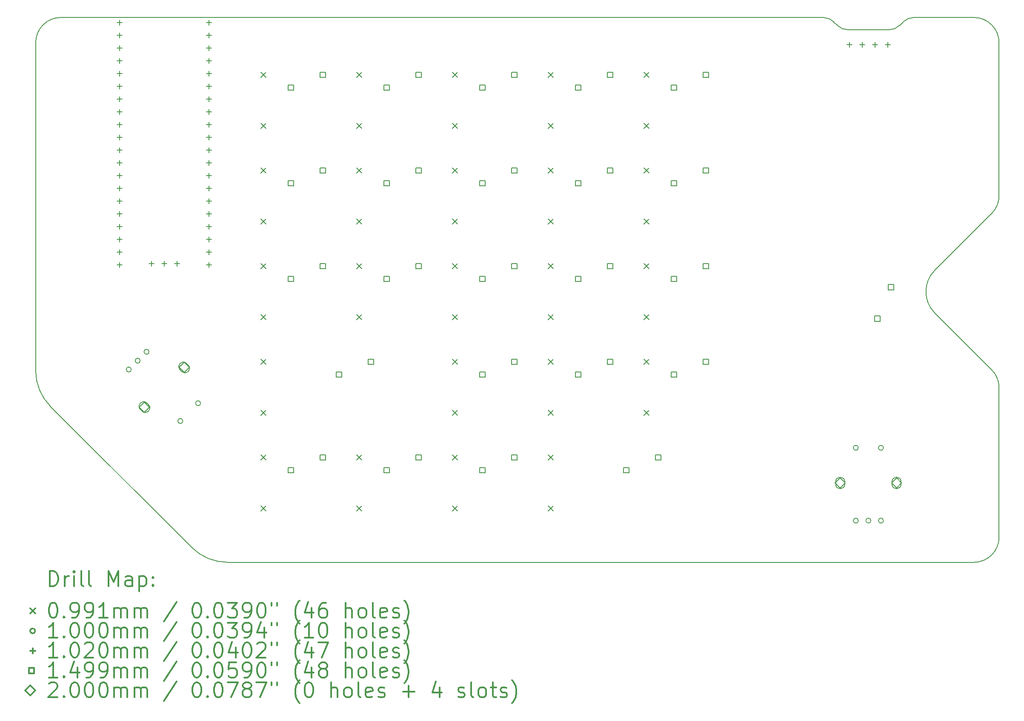
<source format=gbr>
%FSLAX45Y45*%
G04 Gerber Fmt 4.5, Leading zero omitted, Abs format (unit mm)*
G04 Created by KiCad (PCBNEW (5.1.10-1-10_14)) date 2021-11-02 16:23:37*
%MOMM*%
%LPD*%
G01*
G04 APERTURE LIST*
%TA.AperFunction,Profile*%
%ADD10C,0.200000*%
%TD*%
%ADD11C,0.200000*%
%ADD12C,0.300000*%
G04 APERTURE END LIST*
D10*
X32540000Y-2850000D02*
X32540000Y-9385787D01*
X32540000Y-2850000D02*
G75*
G02*
X33040000Y-2350000I500000J0D01*
G01*
X51558322Y-9367232D02*
G75*
G02*
X51704784Y-9720765I-353538J-353569D01*
G01*
X51705000Y-12700000D02*
X51704784Y-9720765D01*
X32832893Y-10092893D02*
G75*
G02*
X32540000Y-9385787I707107J707107D01*
G01*
X36354213Y-13200000D02*
G75*
G02*
X35647107Y-12907107I0J1000000D01*
G01*
X50425079Y-8234091D02*
G75*
G02*
X50425194Y-7385563I424322J424207D01*
G01*
X51558322Y-9367232D02*
X50425079Y-8234091D01*
X48488142Y-2507182D02*
X48418828Y-2437868D01*
X48700274Y-2595050D02*
G75*
G02*
X48488142Y-2507182I0J300000D01*
G01*
X49513746Y-2595050D02*
X48700274Y-2595050D01*
X49725878Y-2507182D02*
G75*
G02*
X49513746Y-2595050I-212132J212132D01*
G01*
X49795192Y-2437868D02*
X49725878Y-2507182D01*
X49795192Y-2437868D02*
G75*
G02*
X50007324Y-2350000I212132J-212132D01*
G01*
X51205000Y-2350000D02*
X50007324Y-2350000D01*
X51205000Y-2350000D02*
G75*
G02*
X51705000Y-2850000I0J-500000D01*
G01*
X48206696Y-2350000D02*
G75*
G02*
X48418828Y-2437868I0J-300000D01*
G01*
X48206696Y-2350000D02*
X33040000Y-2350000D01*
X32832893Y-10092893D02*
X35647107Y-12907107D01*
X51705000Y-12700000D02*
G75*
G02*
X51205000Y-13200000I-500000J0D01*
G01*
X36354214Y-13200000D02*
X51205000Y-13200000D01*
X51705000Y-5898957D02*
X51705000Y-2850000D01*
X51705000Y-5898957D02*
G75*
G02*
X51558506Y-6252558I-500000J0D01*
G01*
X50425194Y-7385563D02*
X51558506Y-6252558D01*
D11*
X37020470Y-3442470D02*
X37119530Y-3541530D01*
X37119530Y-3442470D02*
X37020470Y-3541530D01*
X37020470Y-4458470D02*
X37119530Y-4557530D01*
X37119530Y-4458470D02*
X37020470Y-4557530D01*
X37020470Y-5347470D02*
X37119530Y-5446530D01*
X37119530Y-5347470D02*
X37020470Y-5446530D01*
X37020470Y-6363470D02*
X37119530Y-6462530D01*
X37119530Y-6363470D02*
X37020470Y-6462530D01*
X37020470Y-7252470D02*
X37119530Y-7351530D01*
X37119530Y-7252470D02*
X37020470Y-7351530D01*
X37020470Y-8268470D02*
X37119530Y-8367530D01*
X37119530Y-8268470D02*
X37020470Y-8367530D01*
X37020470Y-9157470D02*
X37119530Y-9256530D01*
X37119530Y-9157470D02*
X37020470Y-9256530D01*
X37020470Y-10173470D02*
X37119530Y-10272530D01*
X37119530Y-10173470D02*
X37020470Y-10272530D01*
X37020470Y-11062470D02*
X37119530Y-11161530D01*
X37119530Y-11062470D02*
X37020470Y-11161530D01*
X37020470Y-12078470D02*
X37119530Y-12177530D01*
X37119530Y-12078470D02*
X37020470Y-12177530D01*
X38925470Y-3442470D02*
X39024530Y-3541530D01*
X39024530Y-3442470D02*
X38925470Y-3541530D01*
X38925470Y-4458470D02*
X39024530Y-4557530D01*
X39024530Y-4458470D02*
X38925470Y-4557530D01*
X38925470Y-5347470D02*
X39024530Y-5446530D01*
X39024530Y-5347470D02*
X38925470Y-5446530D01*
X38925470Y-6363470D02*
X39024530Y-6462530D01*
X39024530Y-6363470D02*
X38925470Y-6462530D01*
X38925470Y-7252470D02*
X39024530Y-7351530D01*
X39024530Y-7252470D02*
X38925470Y-7351530D01*
X38925470Y-8268470D02*
X39024530Y-8367530D01*
X39024530Y-8268470D02*
X38925470Y-8367530D01*
X38925470Y-11062470D02*
X39024530Y-11161530D01*
X39024530Y-11062470D02*
X38925470Y-11161530D01*
X38925470Y-12078470D02*
X39024530Y-12177530D01*
X39024530Y-12078470D02*
X38925470Y-12177530D01*
X40830470Y-3442470D02*
X40929530Y-3541530D01*
X40929530Y-3442470D02*
X40830470Y-3541530D01*
X40830470Y-4458470D02*
X40929530Y-4557530D01*
X40929530Y-4458470D02*
X40830470Y-4557530D01*
X40830470Y-5347470D02*
X40929530Y-5446530D01*
X40929530Y-5347470D02*
X40830470Y-5446530D01*
X40830470Y-6363470D02*
X40929530Y-6462530D01*
X40929530Y-6363470D02*
X40830470Y-6462530D01*
X40830470Y-7252470D02*
X40929530Y-7351530D01*
X40929530Y-7252470D02*
X40830470Y-7351530D01*
X40830470Y-8268470D02*
X40929530Y-8367530D01*
X40929530Y-8268470D02*
X40830470Y-8367530D01*
X40830470Y-9157470D02*
X40929530Y-9256530D01*
X40929530Y-9157470D02*
X40830470Y-9256530D01*
X40830470Y-10173470D02*
X40929530Y-10272530D01*
X40929530Y-10173470D02*
X40830470Y-10272530D01*
X40830470Y-11062470D02*
X40929530Y-11161530D01*
X40929530Y-11062470D02*
X40830470Y-11161530D01*
X40830470Y-12078470D02*
X40929530Y-12177530D01*
X40929530Y-12078470D02*
X40830470Y-12177530D01*
X42735470Y-3442470D02*
X42834530Y-3541530D01*
X42834530Y-3442470D02*
X42735470Y-3541530D01*
X42735470Y-4458470D02*
X42834530Y-4557530D01*
X42834530Y-4458470D02*
X42735470Y-4557530D01*
X42735470Y-5347470D02*
X42834530Y-5446530D01*
X42834530Y-5347470D02*
X42735470Y-5446530D01*
X42735470Y-6363470D02*
X42834530Y-6462530D01*
X42834530Y-6363470D02*
X42735470Y-6462530D01*
X42735470Y-7252470D02*
X42834530Y-7351530D01*
X42834530Y-7252470D02*
X42735470Y-7351530D01*
X42735470Y-8268470D02*
X42834530Y-8367530D01*
X42834530Y-8268470D02*
X42735470Y-8367530D01*
X42735470Y-9157470D02*
X42834530Y-9256530D01*
X42834530Y-9157470D02*
X42735470Y-9256530D01*
X42735470Y-10173470D02*
X42834530Y-10272530D01*
X42834530Y-10173470D02*
X42735470Y-10272530D01*
X42735470Y-11062470D02*
X42834530Y-11161530D01*
X42834530Y-11062470D02*
X42735470Y-11161530D01*
X42735470Y-12078470D02*
X42834530Y-12177530D01*
X42834530Y-12078470D02*
X42735470Y-12177530D01*
X44640470Y-3442470D02*
X44739530Y-3541530D01*
X44739530Y-3442470D02*
X44640470Y-3541530D01*
X44640470Y-4458470D02*
X44739530Y-4557530D01*
X44739530Y-4458470D02*
X44640470Y-4557530D01*
X44640470Y-5347470D02*
X44739530Y-5446530D01*
X44739530Y-5347470D02*
X44640470Y-5446530D01*
X44640470Y-6363470D02*
X44739530Y-6462530D01*
X44739530Y-6363470D02*
X44640470Y-6462530D01*
X44640470Y-7252470D02*
X44739530Y-7351530D01*
X44739530Y-7252470D02*
X44640470Y-7351530D01*
X44640470Y-8268470D02*
X44739530Y-8367530D01*
X44739530Y-8268470D02*
X44640470Y-8367530D01*
X44640470Y-9157470D02*
X44739530Y-9256530D01*
X44739530Y-9157470D02*
X44640470Y-9256530D01*
X44640470Y-10173470D02*
X44739530Y-10272530D01*
X44739530Y-10173470D02*
X44640470Y-10272530D01*
X34441447Y-9361053D02*
G75*
G03*
X34441447Y-9361053I-50000J0D01*
G01*
X34618223Y-9184277D02*
G75*
G03*
X34618223Y-9184277I-50000J0D01*
G01*
X34795000Y-9007500D02*
G75*
G03*
X34795000Y-9007500I-50000J0D01*
G01*
X35466751Y-10386358D02*
G75*
G03*
X35466751Y-10386358I-50000J0D01*
G01*
X35820305Y-10032805D02*
G75*
G03*
X35820305Y-10032805I-50000J0D01*
G01*
X48905000Y-10920000D02*
G75*
G03*
X48905000Y-10920000I-50000J0D01*
G01*
X48905000Y-12370000D02*
G75*
G03*
X48905000Y-12370000I-50000J0D01*
G01*
X49155000Y-12370000D02*
G75*
G03*
X49155000Y-12370000I-50000J0D01*
G01*
X49405000Y-10920000D02*
G75*
G03*
X49405000Y-10920000I-50000J0D01*
G01*
X49405000Y-12370000D02*
G75*
G03*
X49405000Y-12370000I-50000J0D01*
G01*
X34211000Y-2396000D02*
X34211000Y-2498000D01*
X34160000Y-2447000D02*
X34262000Y-2447000D01*
X34211000Y-2650000D02*
X34211000Y-2752000D01*
X34160000Y-2701000D02*
X34262000Y-2701000D01*
X34211000Y-2904000D02*
X34211000Y-3006000D01*
X34160000Y-2955000D02*
X34262000Y-2955000D01*
X34211000Y-3158000D02*
X34211000Y-3260000D01*
X34160000Y-3209000D02*
X34262000Y-3209000D01*
X34211000Y-3412000D02*
X34211000Y-3514000D01*
X34160000Y-3463000D02*
X34262000Y-3463000D01*
X34211000Y-3666000D02*
X34211000Y-3768000D01*
X34160000Y-3717000D02*
X34262000Y-3717000D01*
X34211000Y-3920000D02*
X34211000Y-4022000D01*
X34160000Y-3971000D02*
X34262000Y-3971000D01*
X34211000Y-4174000D02*
X34211000Y-4276000D01*
X34160000Y-4225000D02*
X34262000Y-4225000D01*
X34211000Y-4428000D02*
X34211000Y-4530000D01*
X34160000Y-4479000D02*
X34262000Y-4479000D01*
X34211000Y-4682000D02*
X34211000Y-4784000D01*
X34160000Y-4733000D02*
X34262000Y-4733000D01*
X34211000Y-4936000D02*
X34211000Y-5038000D01*
X34160000Y-4987000D02*
X34262000Y-4987000D01*
X34211000Y-5190000D02*
X34211000Y-5292000D01*
X34160000Y-5241000D02*
X34262000Y-5241000D01*
X34211000Y-5444000D02*
X34211000Y-5546000D01*
X34160000Y-5495000D02*
X34262000Y-5495000D01*
X34211000Y-5698000D02*
X34211000Y-5800000D01*
X34160000Y-5749000D02*
X34262000Y-5749000D01*
X34211000Y-5952000D02*
X34211000Y-6054000D01*
X34160000Y-6003000D02*
X34262000Y-6003000D01*
X34211000Y-6206000D02*
X34211000Y-6308000D01*
X34160000Y-6257000D02*
X34262000Y-6257000D01*
X34211000Y-6460000D02*
X34211000Y-6562000D01*
X34160000Y-6511000D02*
X34262000Y-6511000D01*
X34211000Y-6714000D02*
X34211000Y-6816000D01*
X34160000Y-6765000D02*
X34262000Y-6765000D01*
X34211000Y-6968000D02*
X34211000Y-7070000D01*
X34160000Y-7019000D02*
X34262000Y-7019000D01*
X34211000Y-7222000D02*
X34211000Y-7324000D01*
X34160000Y-7273000D02*
X34262000Y-7273000D01*
X34846000Y-7199000D02*
X34846000Y-7301000D01*
X34795000Y-7250000D02*
X34897000Y-7250000D01*
X35100000Y-7199000D02*
X35100000Y-7301000D01*
X35049000Y-7250000D02*
X35151000Y-7250000D01*
X35354000Y-7199000D02*
X35354000Y-7301000D01*
X35303000Y-7250000D02*
X35405000Y-7250000D01*
X35989000Y-2396000D02*
X35989000Y-2498000D01*
X35938000Y-2447000D02*
X36040000Y-2447000D01*
X35989000Y-2650000D02*
X35989000Y-2752000D01*
X35938000Y-2701000D02*
X36040000Y-2701000D01*
X35989000Y-2904000D02*
X35989000Y-3006000D01*
X35938000Y-2955000D02*
X36040000Y-2955000D01*
X35989000Y-3158000D02*
X35989000Y-3260000D01*
X35938000Y-3209000D02*
X36040000Y-3209000D01*
X35989000Y-3412000D02*
X35989000Y-3514000D01*
X35938000Y-3463000D02*
X36040000Y-3463000D01*
X35989000Y-3666000D02*
X35989000Y-3768000D01*
X35938000Y-3717000D02*
X36040000Y-3717000D01*
X35989000Y-3920000D02*
X35989000Y-4022000D01*
X35938000Y-3971000D02*
X36040000Y-3971000D01*
X35989000Y-4174000D02*
X35989000Y-4276000D01*
X35938000Y-4225000D02*
X36040000Y-4225000D01*
X35989000Y-4428000D02*
X35989000Y-4530000D01*
X35938000Y-4479000D02*
X36040000Y-4479000D01*
X35989000Y-4682000D02*
X35989000Y-4784000D01*
X35938000Y-4733000D02*
X36040000Y-4733000D01*
X35989000Y-4936000D02*
X35989000Y-5038000D01*
X35938000Y-4987000D02*
X36040000Y-4987000D01*
X35989000Y-5190000D02*
X35989000Y-5292000D01*
X35938000Y-5241000D02*
X36040000Y-5241000D01*
X35989000Y-5444000D02*
X35989000Y-5546000D01*
X35938000Y-5495000D02*
X36040000Y-5495000D01*
X35989000Y-5698000D02*
X35989000Y-5800000D01*
X35938000Y-5749000D02*
X36040000Y-5749000D01*
X35989000Y-5952000D02*
X35989000Y-6054000D01*
X35938000Y-6003000D02*
X36040000Y-6003000D01*
X35989000Y-6206000D02*
X35989000Y-6308000D01*
X35938000Y-6257000D02*
X36040000Y-6257000D01*
X35989000Y-6460000D02*
X35989000Y-6562000D01*
X35938000Y-6511000D02*
X36040000Y-6511000D01*
X35989000Y-6714000D02*
X35989000Y-6816000D01*
X35938000Y-6765000D02*
X36040000Y-6765000D01*
X35989000Y-6968000D02*
X35989000Y-7070000D01*
X35938000Y-7019000D02*
X36040000Y-7019000D01*
X35989000Y-7222000D02*
X35989000Y-7324000D01*
X35938000Y-7273000D02*
X36040000Y-7273000D01*
X48727000Y-2836500D02*
X48727000Y-2938500D01*
X48676000Y-2887500D02*
X48778000Y-2887500D01*
X48981000Y-2836500D02*
X48981000Y-2938500D01*
X48930000Y-2887500D02*
X49032000Y-2887500D01*
X49235000Y-2836500D02*
X49235000Y-2938500D01*
X49184000Y-2887500D02*
X49286000Y-2887500D01*
X49489000Y-2836500D02*
X49489000Y-2938500D01*
X49438000Y-2887500D02*
X49540000Y-2887500D01*
X37671984Y-3798984D02*
X37671984Y-3693016D01*
X37566016Y-3693016D01*
X37566016Y-3798984D01*
X37671984Y-3798984D01*
X37671984Y-5703984D02*
X37671984Y-5598016D01*
X37566016Y-5598016D01*
X37566016Y-5703984D01*
X37671984Y-5703984D01*
X37671984Y-7608984D02*
X37671984Y-7503016D01*
X37566016Y-7503016D01*
X37566016Y-7608984D01*
X37671984Y-7608984D01*
X37671984Y-11418984D02*
X37671984Y-11313016D01*
X37566016Y-11313016D01*
X37566016Y-11418984D01*
X37671984Y-11418984D01*
X38306984Y-3544984D02*
X38306984Y-3439016D01*
X38201016Y-3439016D01*
X38201016Y-3544984D01*
X38306984Y-3544984D01*
X38306984Y-5449984D02*
X38306984Y-5344016D01*
X38201016Y-5344016D01*
X38201016Y-5449984D01*
X38306984Y-5449984D01*
X38306984Y-7354984D02*
X38306984Y-7249016D01*
X38201016Y-7249016D01*
X38201016Y-7354984D01*
X38306984Y-7354984D01*
X38306984Y-11164984D02*
X38306984Y-11059016D01*
X38201016Y-11059016D01*
X38201016Y-11164984D01*
X38306984Y-11164984D01*
X38624484Y-9513984D02*
X38624484Y-9408016D01*
X38518516Y-9408016D01*
X38518516Y-9513984D01*
X38624484Y-9513984D01*
X39259484Y-9259984D02*
X39259484Y-9154016D01*
X39153516Y-9154016D01*
X39153516Y-9259984D01*
X39259484Y-9259984D01*
X39576984Y-3798984D02*
X39576984Y-3693016D01*
X39471016Y-3693016D01*
X39471016Y-3798984D01*
X39576984Y-3798984D01*
X39576984Y-5703984D02*
X39576984Y-5598016D01*
X39471016Y-5598016D01*
X39471016Y-5703984D01*
X39576984Y-5703984D01*
X39576984Y-7608984D02*
X39576984Y-7503016D01*
X39471016Y-7503016D01*
X39471016Y-7608984D01*
X39576984Y-7608984D01*
X39576984Y-11418984D02*
X39576984Y-11313016D01*
X39471016Y-11313016D01*
X39471016Y-11418984D01*
X39576984Y-11418984D01*
X40211984Y-3544984D02*
X40211984Y-3439016D01*
X40106016Y-3439016D01*
X40106016Y-3544984D01*
X40211984Y-3544984D01*
X40211984Y-5449984D02*
X40211984Y-5344016D01*
X40106016Y-5344016D01*
X40106016Y-5449984D01*
X40211984Y-5449984D01*
X40211984Y-7354984D02*
X40211984Y-7249016D01*
X40106016Y-7249016D01*
X40106016Y-7354984D01*
X40211984Y-7354984D01*
X40211984Y-11164984D02*
X40211984Y-11059016D01*
X40106016Y-11059016D01*
X40106016Y-11164984D01*
X40211984Y-11164984D01*
X41481984Y-3798984D02*
X41481984Y-3693016D01*
X41376016Y-3693016D01*
X41376016Y-3798984D01*
X41481984Y-3798984D01*
X41481984Y-5703984D02*
X41481984Y-5598016D01*
X41376016Y-5598016D01*
X41376016Y-5703984D01*
X41481984Y-5703984D01*
X41481984Y-7608984D02*
X41481984Y-7503016D01*
X41376016Y-7503016D01*
X41376016Y-7608984D01*
X41481984Y-7608984D01*
X41481984Y-9513984D02*
X41481984Y-9408016D01*
X41376016Y-9408016D01*
X41376016Y-9513984D01*
X41481984Y-9513984D01*
X41481984Y-11418984D02*
X41481984Y-11313016D01*
X41376016Y-11313016D01*
X41376016Y-11418984D01*
X41481984Y-11418984D01*
X42116984Y-3544984D02*
X42116984Y-3439016D01*
X42011016Y-3439016D01*
X42011016Y-3544984D01*
X42116984Y-3544984D01*
X42116984Y-5449984D02*
X42116984Y-5344016D01*
X42011016Y-5344016D01*
X42011016Y-5449984D01*
X42116984Y-5449984D01*
X42116984Y-7354984D02*
X42116984Y-7249016D01*
X42011016Y-7249016D01*
X42011016Y-7354984D01*
X42116984Y-7354984D01*
X42116984Y-9259984D02*
X42116984Y-9154016D01*
X42011016Y-9154016D01*
X42011016Y-9259984D01*
X42116984Y-9259984D01*
X42116984Y-11164984D02*
X42116984Y-11059016D01*
X42011016Y-11059016D01*
X42011016Y-11164984D01*
X42116984Y-11164984D01*
X43386984Y-3798984D02*
X43386984Y-3693016D01*
X43281016Y-3693016D01*
X43281016Y-3798984D01*
X43386984Y-3798984D01*
X43386984Y-5703984D02*
X43386984Y-5598016D01*
X43281016Y-5598016D01*
X43281016Y-5703984D01*
X43386984Y-5703984D01*
X43386984Y-7608984D02*
X43386984Y-7503016D01*
X43281016Y-7503016D01*
X43281016Y-7608984D01*
X43386984Y-7608984D01*
X43386984Y-9513984D02*
X43386984Y-9408016D01*
X43281016Y-9408016D01*
X43281016Y-9513984D01*
X43386984Y-9513984D01*
X44021984Y-3544984D02*
X44021984Y-3439016D01*
X43916016Y-3439016D01*
X43916016Y-3544984D01*
X44021984Y-3544984D01*
X44021984Y-5449984D02*
X44021984Y-5344016D01*
X43916016Y-5344016D01*
X43916016Y-5449984D01*
X44021984Y-5449984D01*
X44021984Y-7354984D02*
X44021984Y-7249016D01*
X43916016Y-7249016D01*
X43916016Y-7354984D01*
X44021984Y-7354984D01*
X44021984Y-9259984D02*
X44021984Y-9154016D01*
X43916016Y-9154016D01*
X43916016Y-9259984D01*
X44021984Y-9259984D01*
X44339484Y-11418984D02*
X44339484Y-11313016D01*
X44233516Y-11313016D01*
X44233516Y-11418984D01*
X44339484Y-11418984D01*
X44974484Y-11164984D02*
X44974484Y-11059016D01*
X44868516Y-11059016D01*
X44868516Y-11164984D01*
X44974484Y-11164984D01*
X45291984Y-3798984D02*
X45291984Y-3693016D01*
X45186016Y-3693016D01*
X45186016Y-3798984D01*
X45291984Y-3798984D01*
X45291984Y-5703984D02*
X45291984Y-5598016D01*
X45186016Y-5598016D01*
X45186016Y-5703984D01*
X45291984Y-5703984D01*
X45291984Y-7608984D02*
X45291984Y-7503016D01*
X45186016Y-7503016D01*
X45186016Y-7608984D01*
X45291984Y-7608984D01*
X45291984Y-9513984D02*
X45291984Y-9408016D01*
X45186016Y-9408016D01*
X45186016Y-9513984D01*
X45291984Y-9513984D01*
X45926984Y-3544984D02*
X45926984Y-3439016D01*
X45821016Y-3439016D01*
X45821016Y-3544984D01*
X45926984Y-3544984D01*
X45926984Y-5449984D02*
X45926984Y-5344016D01*
X45821016Y-5344016D01*
X45821016Y-5449984D01*
X45926984Y-5449984D01*
X45926984Y-7354984D02*
X45926984Y-7249016D01*
X45821016Y-7249016D01*
X45821016Y-7354984D01*
X45926984Y-7354984D01*
X45926984Y-9259984D02*
X45926984Y-9154016D01*
X45821016Y-9154016D01*
X45821016Y-9259984D01*
X45926984Y-9259984D01*
X49337589Y-8401799D02*
X49337589Y-8295831D01*
X49231621Y-8295831D01*
X49231621Y-8401799D01*
X49337589Y-8401799D01*
X49606997Y-7773181D02*
X49606997Y-7667213D01*
X49501029Y-7667213D01*
X49501029Y-7773181D01*
X49606997Y-7773181D01*
X34702574Y-10210587D02*
X34802574Y-10110587D01*
X34702574Y-10010587D01*
X34602574Y-10110587D01*
X34702574Y-10210587D01*
X34621256Y-10156549D02*
X34656612Y-10191904D01*
X34748536Y-10029269D02*
X34783891Y-10064625D01*
X34656612Y-10191904D02*
G75*
G03*
X34783891Y-10064625I63640J63640D01*
G01*
X34748536Y-10029269D02*
G75*
G03*
X34621256Y-10156549I-63640J-63640D01*
G01*
X35494533Y-9418627D02*
X35594533Y-9318627D01*
X35494533Y-9218627D01*
X35394533Y-9318627D01*
X35494533Y-9418627D01*
X35413216Y-9364589D02*
X35448571Y-9399944D01*
X35540495Y-9237310D02*
X35575851Y-9272665D01*
X35448571Y-9399944D02*
G75*
G03*
X35575851Y-9272665I63640J63640D01*
G01*
X35540495Y-9237310D02*
G75*
G03*
X35413216Y-9364589I-63640J-63640D01*
G01*
X48545000Y-11720000D02*
X48645000Y-11620000D01*
X48545000Y-11520000D01*
X48445000Y-11620000D01*
X48545000Y-11720000D01*
X48635000Y-11645000D02*
X48635000Y-11595000D01*
X48455000Y-11645000D02*
X48455000Y-11595000D01*
X48635000Y-11595000D02*
G75*
G03*
X48455000Y-11595000I-90000J0D01*
G01*
X48455000Y-11645000D02*
G75*
G03*
X48635000Y-11645000I90000J0D01*
G01*
X49665000Y-11720000D02*
X49765000Y-11620000D01*
X49665000Y-11520000D01*
X49565000Y-11620000D01*
X49665000Y-11720000D01*
X49755000Y-11645000D02*
X49755000Y-11595000D01*
X49575000Y-11645000D02*
X49575000Y-11595000D01*
X49755000Y-11595000D02*
G75*
G03*
X49575000Y-11595000I-90000J0D01*
G01*
X49575000Y-11645000D02*
G75*
G03*
X49755000Y-11645000I90000J0D01*
G01*
D12*
X32816428Y-13675714D02*
X32816428Y-13375714D01*
X32887857Y-13375714D01*
X32930714Y-13390000D01*
X32959285Y-13418572D01*
X32973571Y-13447143D01*
X32987857Y-13504286D01*
X32987857Y-13547143D01*
X32973571Y-13604286D01*
X32959285Y-13632857D01*
X32930714Y-13661429D01*
X32887857Y-13675714D01*
X32816428Y-13675714D01*
X33116428Y-13675714D02*
X33116428Y-13475714D01*
X33116428Y-13532857D02*
X33130714Y-13504286D01*
X33145000Y-13490000D01*
X33173571Y-13475714D01*
X33202143Y-13475714D01*
X33302143Y-13675714D02*
X33302143Y-13475714D01*
X33302143Y-13375714D02*
X33287857Y-13390000D01*
X33302143Y-13404286D01*
X33316428Y-13390000D01*
X33302143Y-13375714D01*
X33302143Y-13404286D01*
X33487857Y-13675714D02*
X33459285Y-13661429D01*
X33445000Y-13632857D01*
X33445000Y-13375714D01*
X33645000Y-13675714D02*
X33616428Y-13661429D01*
X33602143Y-13632857D01*
X33602143Y-13375714D01*
X33987857Y-13675714D02*
X33987857Y-13375714D01*
X34087857Y-13590000D01*
X34187857Y-13375714D01*
X34187857Y-13675714D01*
X34459286Y-13675714D02*
X34459286Y-13518572D01*
X34445000Y-13490000D01*
X34416428Y-13475714D01*
X34359286Y-13475714D01*
X34330714Y-13490000D01*
X34459286Y-13661429D02*
X34430714Y-13675714D01*
X34359286Y-13675714D01*
X34330714Y-13661429D01*
X34316428Y-13632857D01*
X34316428Y-13604286D01*
X34330714Y-13575714D01*
X34359286Y-13561429D01*
X34430714Y-13561429D01*
X34459286Y-13547143D01*
X34602143Y-13475714D02*
X34602143Y-13775714D01*
X34602143Y-13490000D02*
X34630714Y-13475714D01*
X34687857Y-13475714D01*
X34716428Y-13490000D01*
X34730714Y-13504286D01*
X34745000Y-13532857D01*
X34745000Y-13618572D01*
X34730714Y-13647143D01*
X34716428Y-13661429D01*
X34687857Y-13675714D01*
X34630714Y-13675714D01*
X34602143Y-13661429D01*
X34873571Y-13647143D02*
X34887857Y-13661429D01*
X34873571Y-13675714D01*
X34859286Y-13661429D01*
X34873571Y-13647143D01*
X34873571Y-13675714D01*
X34873571Y-13490000D02*
X34887857Y-13504286D01*
X34873571Y-13518572D01*
X34859286Y-13504286D01*
X34873571Y-13490000D01*
X34873571Y-13518572D01*
X32430940Y-14120470D02*
X32530000Y-14219530D01*
X32530000Y-14120470D02*
X32430940Y-14219530D01*
X32873571Y-14005714D02*
X32902143Y-14005714D01*
X32930714Y-14020000D01*
X32945000Y-14034286D01*
X32959285Y-14062857D01*
X32973571Y-14120000D01*
X32973571Y-14191429D01*
X32959285Y-14248572D01*
X32945000Y-14277143D01*
X32930714Y-14291429D01*
X32902143Y-14305714D01*
X32873571Y-14305714D01*
X32845000Y-14291429D01*
X32830714Y-14277143D01*
X32816428Y-14248572D01*
X32802143Y-14191429D01*
X32802143Y-14120000D01*
X32816428Y-14062857D01*
X32830714Y-14034286D01*
X32845000Y-14020000D01*
X32873571Y-14005714D01*
X33102143Y-14277143D02*
X33116428Y-14291429D01*
X33102143Y-14305714D01*
X33087857Y-14291429D01*
X33102143Y-14277143D01*
X33102143Y-14305714D01*
X33259285Y-14305714D02*
X33316428Y-14305714D01*
X33345000Y-14291429D01*
X33359285Y-14277143D01*
X33387857Y-14234286D01*
X33402143Y-14177143D01*
X33402143Y-14062857D01*
X33387857Y-14034286D01*
X33373571Y-14020000D01*
X33345000Y-14005714D01*
X33287857Y-14005714D01*
X33259285Y-14020000D01*
X33245000Y-14034286D01*
X33230714Y-14062857D01*
X33230714Y-14134286D01*
X33245000Y-14162857D01*
X33259285Y-14177143D01*
X33287857Y-14191429D01*
X33345000Y-14191429D01*
X33373571Y-14177143D01*
X33387857Y-14162857D01*
X33402143Y-14134286D01*
X33545000Y-14305714D02*
X33602143Y-14305714D01*
X33630714Y-14291429D01*
X33645000Y-14277143D01*
X33673571Y-14234286D01*
X33687857Y-14177143D01*
X33687857Y-14062857D01*
X33673571Y-14034286D01*
X33659286Y-14020000D01*
X33630714Y-14005714D01*
X33573571Y-14005714D01*
X33545000Y-14020000D01*
X33530714Y-14034286D01*
X33516428Y-14062857D01*
X33516428Y-14134286D01*
X33530714Y-14162857D01*
X33545000Y-14177143D01*
X33573571Y-14191429D01*
X33630714Y-14191429D01*
X33659286Y-14177143D01*
X33673571Y-14162857D01*
X33687857Y-14134286D01*
X33973571Y-14305714D02*
X33802143Y-14305714D01*
X33887857Y-14305714D02*
X33887857Y-14005714D01*
X33859286Y-14048572D01*
X33830714Y-14077143D01*
X33802143Y-14091429D01*
X34102143Y-14305714D02*
X34102143Y-14105714D01*
X34102143Y-14134286D02*
X34116428Y-14120000D01*
X34145000Y-14105714D01*
X34187857Y-14105714D01*
X34216428Y-14120000D01*
X34230714Y-14148572D01*
X34230714Y-14305714D01*
X34230714Y-14148572D02*
X34245000Y-14120000D01*
X34273571Y-14105714D01*
X34316428Y-14105714D01*
X34345000Y-14120000D01*
X34359286Y-14148572D01*
X34359286Y-14305714D01*
X34502143Y-14305714D02*
X34502143Y-14105714D01*
X34502143Y-14134286D02*
X34516428Y-14120000D01*
X34545000Y-14105714D01*
X34587857Y-14105714D01*
X34616428Y-14120000D01*
X34630714Y-14148572D01*
X34630714Y-14305714D01*
X34630714Y-14148572D02*
X34645000Y-14120000D01*
X34673571Y-14105714D01*
X34716428Y-14105714D01*
X34745000Y-14120000D01*
X34759286Y-14148572D01*
X34759286Y-14305714D01*
X35345000Y-13991429D02*
X35087857Y-14377143D01*
X35730714Y-14005714D02*
X35759286Y-14005714D01*
X35787857Y-14020000D01*
X35802143Y-14034286D01*
X35816428Y-14062857D01*
X35830714Y-14120000D01*
X35830714Y-14191429D01*
X35816428Y-14248572D01*
X35802143Y-14277143D01*
X35787857Y-14291429D01*
X35759286Y-14305714D01*
X35730714Y-14305714D01*
X35702143Y-14291429D01*
X35687857Y-14277143D01*
X35673571Y-14248572D01*
X35659286Y-14191429D01*
X35659286Y-14120000D01*
X35673571Y-14062857D01*
X35687857Y-14034286D01*
X35702143Y-14020000D01*
X35730714Y-14005714D01*
X35959286Y-14277143D02*
X35973571Y-14291429D01*
X35959286Y-14305714D01*
X35945000Y-14291429D01*
X35959286Y-14277143D01*
X35959286Y-14305714D01*
X36159286Y-14005714D02*
X36187857Y-14005714D01*
X36216428Y-14020000D01*
X36230714Y-14034286D01*
X36245000Y-14062857D01*
X36259286Y-14120000D01*
X36259286Y-14191429D01*
X36245000Y-14248572D01*
X36230714Y-14277143D01*
X36216428Y-14291429D01*
X36187857Y-14305714D01*
X36159286Y-14305714D01*
X36130714Y-14291429D01*
X36116428Y-14277143D01*
X36102143Y-14248572D01*
X36087857Y-14191429D01*
X36087857Y-14120000D01*
X36102143Y-14062857D01*
X36116428Y-14034286D01*
X36130714Y-14020000D01*
X36159286Y-14005714D01*
X36359286Y-14005714D02*
X36545000Y-14005714D01*
X36445000Y-14120000D01*
X36487857Y-14120000D01*
X36516428Y-14134286D01*
X36530714Y-14148572D01*
X36545000Y-14177143D01*
X36545000Y-14248572D01*
X36530714Y-14277143D01*
X36516428Y-14291429D01*
X36487857Y-14305714D01*
X36402143Y-14305714D01*
X36373571Y-14291429D01*
X36359286Y-14277143D01*
X36687857Y-14305714D02*
X36745000Y-14305714D01*
X36773571Y-14291429D01*
X36787857Y-14277143D01*
X36816428Y-14234286D01*
X36830714Y-14177143D01*
X36830714Y-14062857D01*
X36816428Y-14034286D01*
X36802143Y-14020000D01*
X36773571Y-14005714D01*
X36716428Y-14005714D01*
X36687857Y-14020000D01*
X36673571Y-14034286D01*
X36659286Y-14062857D01*
X36659286Y-14134286D01*
X36673571Y-14162857D01*
X36687857Y-14177143D01*
X36716428Y-14191429D01*
X36773571Y-14191429D01*
X36802143Y-14177143D01*
X36816428Y-14162857D01*
X36830714Y-14134286D01*
X37016428Y-14005714D02*
X37045000Y-14005714D01*
X37073571Y-14020000D01*
X37087857Y-14034286D01*
X37102143Y-14062857D01*
X37116428Y-14120000D01*
X37116428Y-14191429D01*
X37102143Y-14248572D01*
X37087857Y-14277143D01*
X37073571Y-14291429D01*
X37045000Y-14305714D01*
X37016428Y-14305714D01*
X36987857Y-14291429D01*
X36973571Y-14277143D01*
X36959286Y-14248572D01*
X36945000Y-14191429D01*
X36945000Y-14120000D01*
X36959286Y-14062857D01*
X36973571Y-14034286D01*
X36987857Y-14020000D01*
X37016428Y-14005714D01*
X37230714Y-14005714D02*
X37230714Y-14062857D01*
X37345000Y-14005714D02*
X37345000Y-14062857D01*
X37787857Y-14420000D02*
X37773571Y-14405714D01*
X37745000Y-14362857D01*
X37730714Y-14334286D01*
X37716428Y-14291429D01*
X37702143Y-14220000D01*
X37702143Y-14162857D01*
X37716428Y-14091429D01*
X37730714Y-14048572D01*
X37745000Y-14020000D01*
X37773571Y-13977143D01*
X37787857Y-13962857D01*
X38030714Y-14105714D02*
X38030714Y-14305714D01*
X37959286Y-13991429D02*
X37887857Y-14205714D01*
X38073571Y-14205714D01*
X38316428Y-14005714D02*
X38259286Y-14005714D01*
X38230714Y-14020000D01*
X38216428Y-14034286D01*
X38187857Y-14077143D01*
X38173571Y-14134286D01*
X38173571Y-14248572D01*
X38187857Y-14277143D01*
X38202143Y-14291429D01*
X38230714Y-14305714D01*
X38287857Y-14305714D01*
X38316428Y-14291429D01*
X38330714Y-14277143D01*
X38345000Y-14248572D01*
X38345000Y-14177143D01*
X38330714Y-14148572D01*
X38316428Y-14134286D01*
X38287857Y-14120000D01*
X38230714Y-14120000D01*
X38202143Y-14134286D01*
X38187857Y-14148572D01*
X38173571Y-14177143D01*
X38702143Y-14305714D02*
X38702143Y-14005714D01*
X38830714Y-14305714D02*
X38830714Y-14148572D01*
X38816428Y-14120000D01*
X38787857Y-14105714D01*
X38745000Y-14105714D01*
X38716428Y-14120000D01*
X38702143Y-14134286D01*
X39016428Y-14305714D02*
X38987857Y-14291429D01*
X38973571Y-14277143D01*
X38959286Y-14248572D01*
X38959286Y-14162857D01*
X38973571Y-14134286D01*
X38987857Y-14120000D01*
X39016428Y-14105714D01*
X39059286Y-14105714D01*
X39087857Y-14120000D01*
X39102143Y-14134286D01*
X39116428Y-14162857D01*
X39116428Y-14248572D01*
X39102143Y-14277143D01*
X39087857Y-14291429D01*
X39059286Y-14305714D01*
X39016428Y-14305714D01*
X39287857Y-14305714D02*
X39259286Y-14291429D01*
X39245000Y-14262857D01*
X39245000Y-14005714D01*
X39516428Y-14291429D02*
X39487857Y-14305714D01*
X39430714Y-14305714D01*
X39402143Y-14291429D01*
X39387857Y-14262857D01*
X39387857Y-14148572D01*
X39402143Y-14120000D01*
X39430714Y-14105714D01*
X39487857Y-14105714D01*
X39516428Y-14120000D01*
X39530714Y-14148572D01*
X39530714Y-14177143D01*
X39387857Y-14205714D01*
X39645000Y-14291429D02*
X39673571Y-14305714D01*
X39730714Y-14305714D01*
X39759286Y-14291429D01*
X39773571Y-14262857D01*
X39773571Y-14248572D01*
X39759286Y-14220000D01*
X39730714Y-14205714D01*
X39687857Y-14205714D01*
X39659286Y-14191429D01*
X39645000Y-14162857D01*
X39645000Y-14148572D01*
X39659286Y-14120000D01*
X39687857Y-14105714D01*
X39730714Y-14105714D01*
X39759286Y-14120000D01*
X39873571Y-14420000D02*
X39887857Y-14405714D01*
X39916428Y-14362857D01*
X39930714Y-14334286D01*
X39945000Y-14291429D01*
X39959286Y-14220000D01*
X39959286Y-14162857D01*
X39945000Y-14091429D01*
X39930714Y-14048572D01*
X39916428Y-14020000D01*
X39887857Y-13977143D01*
X39873571Y-13962857D01*
X32530000Y-14566000D02*
G75*
G03*
X32530000Y-14566000I-50000J0D01*
G01*
X32973571Y-14701714D02*
X32802143Y-14701714D01*
X32887857Y-14701714D02*
X32887857Y-14401714D01*
X32859285Y-14444572D01*
X32830714Y-14473143D01*
X32802143Y-14487429D01*
X33102143Y-14673143D02*
X33116428Y-14687429D01*
X33102143Y-14701714D01*
X33087857Y-14687429D01*
X33102143Y-14673143D01*
X33102143Y-14701714D01*
X33302143Y-14401714D02*
X33330714Y-14401714D01*
X33359285Y-14416000D01*
X33373571Y-14430286D01*
X33387857Y-14458857D01*
X33402143Y-14516000D01*
X33402143Y-14587429D01*
X33387857Y-14644572D01*
X33373571Y-14673143D01*
X33359285Y-14687429D01*
X33330714Y-14701714D01*
X33302143Y-14701714D01*
X33273571Y-14687429D01*
X33259285Y-14673143D01*
X33245000Y-14644572D01*
X33230714Y-14587429D01*
X33230714Y-14516000D01*
X33245000Y-14458857D01*
X33259285Y-14430286D01*
X33273571Y-14416000D01*
X33302143Y-14401714D01*
X33587857Y-14401714D02*
X33616428Y-14401714D01*
X33645000Y-14416000D01*
X33659286Y-14430286D01*
X33673571Y-14458857D01*
X33687857Y-14516000D01*
X33687857Y-14587429D01*
X33673571Y-14644572D01*
X33659286Y-14673143D01*
X33645000Y-14687429D01*
X33616428Y-14701714D01*
X33587857Y-14701714D01*
X33559286Y-14687429D01*
X33545000Y-14673143D01*
X33530714Y-14644572D01*
X33516428Y-14587429D01*
X33516428Y-14516000D01*
X33530714Y-14458857D01*
X33545000Y-14430286D01*
X33559286Y-14416000D01*
X33587857Y-14401714D01*
X33873571Y-14401714D02*
X33902143Y-14401714D01*
X33930714Y-14416000D01*
X33945000Y-14430286D01*
X33959286Y-14458857D01*
X33973571Y-14516000D01*
X33973571Y-14587429D01*
X33959286Y-14644572D01*
X33945000Y-14673143D01*
X33930714Y-14687429D01*
X33902143Y-14701714D01*
X33873571Y-14701714D01*
X33845000Y-14687429D01*
X33830714Y-14673143D01*
X33816428Y-14644572D01*
X33802143Y-14587429D01*
X33802143Y-14516000D01*
X33816428Y-14458857D01*
X33830714Y-14430286D01*
X33845000Y-14416000D01*
X33873571Y-14401714D01*
X34102143Y-14701714D02*
X34102143Y-14501714D01*
X34102143Y-14530286D02*
X34116428Y-14516000D01*
X34145000Y-14501714D01*
X34187857Y-14501714D01*
X34216428Y-14516000D01*
X34230714Y-14544572D01*
X34230714Y-14701714D01*
X34230714Y-14544572D02*
X34245000Y-14516000D01*
X34273571Y-14501714D01*
X34316428Y-14501714D01*
X34345000Y-14516000D01*
X34359286Y-14544572D01*
X34359286Y-14701714D01*
X34502143Y-14701714D02*
X34502143Y-14501714D01*
X34502143Y-14530286D02*
X34516428Y-14516000D01*
X34545000Y-14501714D01*
X34587857Y-14501714D01*
X34616428Y-14516000D01*
X34630714Y-14544572D01*
X34630714Y-14701714D01*
X34630714Y-14544572D02*
X34645000Y-14516000D01*
X34673571Y-14501714D01*
X34716428Y-14501714D01*
X34745000Y-14516000D01*
X34759286Y-14544572D01*
X34759286Y-14701714D01*
X35345000Y-14387429D02*
X35087857Y-14773143D01*
X35730714Y-14401714D02*
X35759286Y-14401714D01*
X35787857Y-14416000D01*
X35802143Y-14430286D01*
X35816428Y-14458857D01*
X35830714Y-14516000D01*
X35830714Y-14587429D01*
X35816428Y-14644572D01*
X35802143Y-14673143D01*
X35787857Y-14687429D01*
X35759286Y-14701714D01*
X35730714Y-14701714D01*
X35702143Y-14687429D01*
X35687857Y-14673143D01*
X35673571Y-14644572D01*
X35659286Y-14587429D01*
X35659286Y-14516000D01*
X35673571Y-14458857D01*
X35687857Y-14430286D01*
X35702143Y-14416000D01*
X35730714Y-14401714D01*
X35959286Y-14673143D02*
X35973571Y-14687429D01*
X35959286Y-14701714D01*
X35945000Y-14687429D01*
X35959286Y-14673143D01*
X35959286Y-14701714D01*
X36159286Y-14401714D02*
X36187857Y-14401714D01*
X36216428Y-14416000D01*
X36230714Y-14430286D01*
X36245000Y-14458857D01*
X36259286Y-14516000D01*
X36259286Y-14587429D01*
X36245000Y-14644572D01*
X36230714Y-14673143D01*
X36216428Y-14687429D01*
X36187857Y-14701714D01*
X36159286Y-14701714D01*
X36130714Y-14687429D01*
X36116428Y-14673143D01*
X36102143Y-14644572D01*
X36087857Y-14587429D01*
X36087857Y-14516000D01*
X36102143Y-14458857D01*
X36116428Y-14430286D01*
X36130714Y-14416000D01*
X36159286Y-14401714D01*
X36359286Y-14401714D02*
X36545000Y-14401714D01*
X36445000Y-14516000D01*
X36487857Y-14516000D01*
X36516428Y-14530286D01*
X36530714Y-14544572D01*
X36545000Y-14573143D01*
X36545000Y-14644572D01*
X36530714Y-14673143D01*
X36516428Y-14687429D01*
X36487857Y-14701714D01*
X36402143Y-14701714D01*
X36373571Y-14687429D01*
X36359286Y-14673143D01*
X36687857Y-14701714D02*
X36745000Y-14701714D01*
X36773571Y-14687429D01*
X36787857Y-14673143D01*
X36816428Y-14630286D01*
X36830714Y-14573143D01*
X36830714Y-14458857D01*
X36816428Y-14430286D01*
X36802143Y-14416000D01*
X36773571Y-14401714D01*
X36716428Y-14401714D01*
X36687857Y-14416000D01*
X36673571Y-14430286D01*
X36659286Y-14458857D01*
X36659286Y-14530286D01*
X36673571Y-14558857D01*
X36687857Y-14573143D01*
X36716428Y-14587429D01*
X36773571Y-14587429D01*
X36802143Y-14573143D01*
X36816428Y-14558857D01*
X36830714Y-14530286D01*
X37087857Y-14501714D02*
X37087857Y-14701714D01*
X37016428Y-14387429D02*
X36945000Y-14601714D01*
X37130714Y-14601714D01*
X37230714Y-14401714D02*
X37230714Y-14458857D01*
X37345000Y-14401714D02*
X37345000Y-14458857D01*
X37787857Y-14816000D02*
X37773571Y-14801714D01*
X37745000Y-14758857D01*
X37730714Y-14730286D01*
X37716428Y-14687429D01*
X37702143Y-14616000D01*
X37702143Y-14558857D01*
X37716428Y-14487429D01*
X37730714Y-14444572D01*
X37745000Y-14416000D01*
X37773571Y-14373143D01*
X37787857Y-14358857D01*
X38059286Y-14701714D02*
X37887857Y-14701714D01*
X37973571Y-14701714D02*
X37973571Y-14401714D01*
X37945000Y-14444572D01*
X37916428Y-14473143D01*
X37887857Y-14487429D01*
X38245000Y-14401714D02*
X38273571Y-14401714D01*
X38302143Y-14416000D01*
X38316428Y-14430286D01*
X38330714Y-14458857D01*
X38345000Y-14516000D01*
X38345000Y-14587429D01*
X38330714Y-14644572D01*
X38316428Y-14673143D01*
X38302143Y-14687429D01*
X38273571Y-14701714D01*
X38245000Y-14701714D01*
X38216428Y-14687429D01*
X38202143Y-14673143D01*
X38187857Y-14644572D01*
X38173571Y-14587429D01*
X38173571Y-14516000D01*
X38187857Y-14458857D01*
X38202143Y-14430286D01*
X38216428Y-14416000D01*
X38245000Y-14401714D01*
X38702143Y-14701714D02*
X38702143Y-14401714D01*
X38830714Y-14701714D02*
X38830714Y-14544572D01*
X38816428Y-14516000D01*
X38787857Y-14501714D01*
X38745000Y-14501714D01*
X38716428Y-14516000D01*
X38702143Y-14530286D01*
X39016428Y-14701714D02*
X38987857Y-14687429D01*
X38973571Y-14673143D01*
X38959286Y-14644572D01*
X38959286Y-14558857D01*
X38973571Y-14530286D01*
X38987857Y-14516000D01*
X39016428Y-14501714D01*
X39059286Y-14501714D01*
X39087857Y-14516000D01*
X39102143Y-14530286D01*
X39116428Y-14558857D01*
X39116428Y-14644572D01*
X39102143Y-14673143D01*
X39087857Y-14687429D01*
X39059286Y-14701714D01*
X39016428Y-14701714D01*
X39287857Y-14701714D02*
X39259286Y-14687429D01*
X39245000Y-14658857D01*
X39245000Y-14401714D01*
X39516428Y-14687429D02*
X39487857Y-14701714D01*
X39430714Y-14701714D01*
X39402143Y-14687429D01*
X39387857Y-14658857D01*
X39387857Y-14544572D01*
X39402143Y-14516000D01*
X39430714Y-14501714D01*
X39487857Y-14501714D01*
X39516428Y-14516000D01*
X39530714Y-14544572D01*
X39530714Y-14573143D01*
X39387857Y-14601714D01*
X39645000Y-14687429D02*
X39673571Y-14701714D01*
X39730714Y-14701714D01*
X39759286Y-14687429D01*
X39773571Y-14658857D01*
X39773571Y-14644572D01*
X39759286Y-14616000D01*
X39730714Y-14601714D01*
X39687857Y-14601714D01*
X39659286Y-14587429D01*
X39645000Y-14558857D01*
X39645000Y-14544572D01*
X39659286Y-14516000D01*
X39687857Y-14501714D01*
X39730714Y-14501714D01*
X39759286Y-14516000D01*
X39873571Y-14816000D02*
X39887857Y-14801714D01*
X39916428Y-14758857D01*
X39930714Y-14730286D01*
X39945000Y-14687429D01*
X39959286Y-14616000D01*
X39959286Y-14558857D01*
X39945000Y-14487429D01*
X39930714Y-14444572D01*
X39916428Y-14416000D01*
X39887857Y-14373143D01*
X39873571Y-14358857D01*
X32479000Y-14911000D02*
X32479000Y-15013000D01*
X32428000Y-14962000D02*
X32530000Y-14962000D01*
X32973571Y-15097714D02*
X32802143Y-15097714D01*
X32887857Y-15097714D02*
X32887857Y-14797714D01*
X32859285Y-14840572D01*
X32830714Y-14869143D01*
X32802143Y-14883429D01*
X33102143Y-15069143D02*
X33116428Y-15083429D01*
X33102143Y-15097714D01*
X33087857Y-15083429D01*
X33102143Y-15069143D01*
X33102143Y-15097714D01*
X33302143Y-14797714D02*
X33330714Y-14797714D01*
X33359285Y-14812000D01*
X33373571Y-14826286D01*
X33387857Y-14854857D01*
X33402143Y-14912000D01*
X33402143Y-14983429D01*
X33387857Y-15040572D01*
X33373571Y-15069143D01*
X33359285Y-15083429D01*
X33330714Y-15097714D01*
X33302143Y-15097714D01*
X33273571Y-15083429D01*
X33259285Y-15069143D01*
X33245000Y-15040572D01*
X33230714Y-14983429D01*
X33230714Y-14912000D01*
X33245000Y-14854857D01*
X33259285Y-14826286D01*
X33273571Y-14812000D01*
X33302143Y-14797714D01*
X33516428Y-14826286D02*
X33530714Y-14812000D01*
X33559286Y-14797714D01*
X33630714Y-14797714D01*
X33659286Y-14812000D01*
X33673571Y-14826286D01*
X33687857Y-14854857D01*
X33687857Y-14883429D01*
X33673571Y-14926286D01*
X33502143Y-15097714D01*
X33687857Y-15097714D01*
X33873571Y-14797714D02*
X33902143Y-14797714D01*
X33930714Y-14812000D01*
X33945000Y-14826286D01*
X33959286Y-14854857D01*
X33973571Y-14912000D01*
X33973571Y-14983429D01*
X33959286Y-15040572D01*
X33945000Y-15069143D01*
X33930714Y-15083429D01*
X33902143Y-15097714D01*
X33873571Y-15097714D01*
X33845000Y-15083429D01*
X33830714Y-15069143D01*
X33816428Y-15040572D01*
X33802143Y-14983429D01*
X33802143Y-14912000D01*
X33816428Y-14854857D01*
X33830714Y-14826286D01*
X33845000Y-14812000D01*
X33873571Y-14797714D01*
X34102143Y-15097714D02*
X34102143Y-14897714D01*
X34102143Y-14926286D02*
X34116428Y-14912000D01*
X34145000Y-14897714D01*
X34187857Y-14897714D01*
X34216428Y-14912000D01*
X34230714Y-14940572D01*
X34230714Y-15097714D01*
X34230714Y-14940572D02*
X34245000Y-14912000D01*
X34273571Y-14897714D01*
X34316428Y-14897714D01*
X34345000Y-14912000D01*
X34359286Y-14940572D01*
X34359286Y-15097714D01*
X34502143Y-15097714D02*
X34502143Y-14897714D01*
X34502143Y-14926286D02*
X34516428Y-14912000D01*
X34545000Y-14897714D01*
X34587857Y-14897714D01*
X34616428Y-14912000D01*
X34630714Y-14940572D01*
X34630714Y-15097714D01*
X34630714Y-14940572D02*
X34645000Y-14912000D01*
X34673571Y-14897714D01*
X34716428Y-14897714D01*
X34745000Y-14912000D01*
X34759286Y-14940572D01*
X34759286Y-15097714D01*
X35345000Y-14783429D02*
X35087857Y-15169143D01*
X35730714Y-14797714D02*
X35759286Y-14797714D01*
X35787857Y-14812000D01*
X35802143Y-14826286D01*
X35816428Y-14854857D01*
X35830714Y-14912000D01*
X35830714Y-14983429D01*
X35816428Y-15040572D01*
X35802143Y-15069143D01*
X35787857Y-15083429D01*
X35759286Y-15097714D01*
X35730714Y-15097714D01*
X35702143Y-15083429D01*
X35687857Y-15069143D01*
X35673571Y-15040572D01*
X35659286Y-14983429D01*
X35659286Y-14912000D01*
X35673571Y-14854857D01*
X35687857Y-14826286D01*
X35702143Y-14812000D01*
X35730714Y-14797714D01*
X35959286Y-15069143D02*
X35973571Y-15083429D01*
X35959286Y-15097714D01*
X35945000Y-15083429D01*
X35959286Y-15069143D01*
X35959286Y-15097714D01*
X36159286Y-14797714D02*
X36187857Y-14797714D01*
X36216428Y-14812000D01*
X36230714Y-14826286D01*
X36245000Y-14854857D01*
X36259286Y-14912000D01*
X36259286Y-14983429D01*
X36245000Y-15040572D01*
X36230714Y-15069143D01*
X36216428Y-15083429D01*
X36187857Y-15097714D01*
X36159286Y-15097714D01*
X36130714Y-15083429D01*
X36116428Y-15069143D01*
X36102143Y-15040572D01*
X36087857Y-14983429D01*
X36087857Y-14912000D01*
X36102143Y-14854857D01*
X36116428Y-14826286D01*
X36130714Y-14812000D01*
X36159286Y-14797714D01*
X36516428Y-14897714D02*
X36516428Y-15097714D01*
X36445000Y-14783429D02*
X36373571Y-14997714D01*
X36559286Y-14997714D01*
X36730714Y-14797714D02*
X36759286Y-14797714D01*
X36787857Y-14812000D01*
X36802143Y-14826286D01*
X36816428Y-14854857D01*
X36830714Y-14912000D01*
X36830714Y-14983429D01*
X36816428Y-15040572D01*
X36802143Y-15069143D01*
X36787857Y-15083429D01*
X36759286Y-15097714D01*
X36730714Y-15097714D01*
X36702143Y-15083429D01*
X36687857Y-15069143D01*
X36673571Y-15040572D01*
X36659286Y-14983429D01*
X36659286Y-14912000D01*
X36673571Y-14854857D01*
X36687857Y-14826286D01*
X36702143Y-14812000D01*
X36730714Y-14797714D01*
X36945000Y-14826286D02*
X36959286Y-14812000D01*
X36987857Y-14797714D01*
X37059286Y-14797714D01*
X37087857Y-14812000D01*
X37102143Y-14826286D01*
X37116428Y-14854857D01*
X37116428Y-14883429D01*
X37102143Y-14926286D01*
X36930714Y-15097714D01*
X37116428Y-15097714D01*
X37230714Y-14797714D02*
X37230714Y-14854857D01*
X37345000Y-14797714D02*
X37345000Y-14854857D01*
X37787857Y-15212000D02*
X37773571Y-15197714D01*
X37745000Y-15154857D01*
X37730714Y-15126286D01*
X37716428Y-15083429D01*
X37702143Y-15012000D01*
X37702143Y-14954857D01*
X37716428Y-14883429D01*
X37730714Y-14840572D01*
X37745000Y-14812000D01*
X37773571Y-14769143D01*
X37787857Y-14754857D01*
X38030714Y-14897714D02*
X38030714Y-15097714D01*
X37959286Y-14783429D02*
X37887857Y-14997714D01*
X38073571Y-14997714D01*
X38159286Y-14797714D02*
X38359286Y-14797714D01*
X38230714Y-15097714D01*
X38702143Y-15097714D02*
X38702143Y-14797714D01*
X38830714Y-15097714D02*
X38830714Y-14940572D01*
X38816428Y-14912000D01*
X38787857Y-14897714D01*
X38745000Y-14897714D01*
X38716428Y-14912000D01*
X38702143Y-14926286D01*
X39016428Y-15097714D02*
X38987857Y-15083429D01*
X38973571Y-15069143D01*
X38959286Y-15040572D01*
X38959286Y-14954857D01*
X38973571Y-14926286D01*
X38987857Y-14912000D01*
X39016428Y-14897714D01*
X39059286Y-14897714D01*
X39087857Y-14912000D01*
X39102143Y-14926286D01*
X39116428Y-14954857D01*
X39116428Y-15040572D01*
X39102143Y-15069143D01*
X39087857Y-15083429D01*
X39059286Y-15097714D01*
X39016428Y-15097714D01*
X39287857Y-15097714D02*
X39259286Y-15083429D01*
X39245000Y-15054857D01*
X39245000Y-14797714D01*
X39516428Y-15083429D02*
X39487857Y-15097714D01*
X39430714Y-15097714D01*
X39402143Y-15083429D01*
X39387857Y-15054857D01*
X39387857Y-14940572D01*
X39402143Y-14912000D01*
X39430714Y-14897714D01*
X39487857Y-14897714D01*
X39516428Y-14912000D01*
X39530714Y-14940572D01*
X39530714Y-14969143D01*
X39387857Y-14997714D01*
X39645000Y-15083429D02*
X39673571Y-15097714D01*
X39730714Y-15097714D01*
X39759286Y-15083429D01*
X39773571Y-15054857D01*
X39773571Y-15040572D01*
X39759286Y-15012000D01*
X39730714Y-14997714D01*
X39687857Y-14997714D01*
X39659286Y-14983429D01*
X39645000Y-14954857D01*
X39645000Y-14940572D01*
X39659286Y-14912000D01*
X39687857Y-14897714D01*
X39730714Y-14897714D01*
X39759286Y-14912000D01*
X39873571Y-15212000D02*
X39887857Y-15197714D01*
X39916428Y-15154857D01*
X39930714Y-15126286D01*
X39945000Y-15083429D01*
X39959286Y-15012000D01*
X39959286Y-14954857D01*
X39945000Y-14883429D01*
X39930714Y-14840572D01*
X39916428Y-14812000D01*
X39887857Y-14769143D01*
X39873571Y-14754857D01*
X32508054Y-15410984D02*
X32508054Y-15305016D01*
X32402086Y-15305016D01*
X32402086Y-15410984D01*
X32508054Y-15410984D01*
X32973571Y-15493714D02*
X32802143Y-15493714D01*
X32887857Y-15493714D02*
X32887857Y-15193714D01*
X32859285Y-15236572D01*
X32830714Y-15265143D01*
X32802143Y-15279429D01*
X33102143Y-15465143D02*
X33116428Y-15479429D01*
X33102143Y-15493714D01*
X33087857Y-15479429D01*
X33102143Y-15465143D01*
X33102143Y-15493714D01*
X33373571Y-15293714D02*
X33373571Y-15493714D01*
X33302143Y-15179429D02*
X33230714Y-15393714D01*
X33416428Y-15393714D01*
X33545000Y-15493714D02*
X33602143Y-15493714D01*
X33630714Y-15479429D01*
X33645000Y-15465143D01*
X33673571Y-15422286D01*
X33687857Y-15365143D01*
X33687857Y-15250857D01*
X33673571Y-15222286D01*
X33659286Y-15208000D01*
X33630714Y-15193714D01*
X33573571Y-15193714D01*
X33545000Y-15208000D01*
X33530714Y-15222286D01*
X33516428Y-15250857D01*
X33516428Y-15322286D01*
X33530714Y-15350857D01*
X33545000Y-15365143D01*
X33573571Y-15379429D01*
X33630714Y-15379429D01*
X33659286Y-15365143D01*
X33673571Y-15350857D01*
X33687857Y-15322286D01*
X33830714Y-15493714D02*
X33887857Y-15493714D01*
X33916428Y-15479429D01*
X33930714Y-15465143D01*
X33959286Y-15422286D01*
X33973571Y-15365143D01*
X33973571Y-15250857D01*
X33959286Y-15222286D01*
X33945000Y-15208000D01*
X33916428Y-15193714D01*
X33859286Y-15193714D01*
X33830714Y-15208000D01*
X33816428Y-15222286D01*
X33802143Y-15250857D01*
X33802143Y-15322286D01*
X33816428Y-15350857D01*
X33830714Y-15365143D01*
X33859286Y-15379429D01*
X33916428Y-15379429D01*
X33945000Y-15365143D01*
X33959286Y-15350857D01*
X33973571Y-15322286D01*
X34102143Y-15493714D02*
X34102143Y-15293714D01*
X34102143Y-15322286D02*
X34116428Y-15308000D01*
X34145000Y-15293714D01*
X34187857Y-15293714D01*
X34216428Y-15308000D01*
X34230714Y-15336572D01*
X34230714Y-15493714D01*
X34230714Y-15336572D02*
X34245000Y-15308000D01*
X34273571Y-15293714D01*
X34316428Y-15293714D01*
X34345000Y-15308000D01*
X34359286Y-15336572D01*
X34359286Y-15493714D01*
X34502143Y-15493714D02*
X34502143Y-15293714D01*
X34502143Y-15322286D02*
X34516428Y-15308000D01*
X34545000Y-15293714D01*
X34587857Y-15293714D01*
X34616428Y-15308000D01*
X34630714Y-15336572D01*
X34630714Y-15493714D01*
X34630714Y-15336572D02*
X34645000Y-15308000D01*
X34673571Y-15293714D01*
X34716428Y-15293714D01*
X34745000Y-15308000D01*
X34759286Y-15336572D01*
X34759286Y-15493714D01*
X35345000Y-15179429D02*
X35087857Y-15565143D01*
X35730714Y-15193714D02*
X35759286Y-15193714D01*
X35787857Y-15208000D01*
X35802143Y-15222286D01*
X35816428Y-15250857D01*
X35830714Y-15308000D01*
X35830714Y-15379429D01*
X35816428Y-15436572D01*
X35802143Y-15465143D01*
X35787857Y-15479429D01*
X35759286Y-15493714D01*
X35730714Y-15493714D01*
X35702143Y-15479429D01*
X35687857Y-15465143D01*
X35673571Y-15436572D01*
X35659286Y-15379429D01*
X35659286Y-15308000D01*
X35673571Y-15250857D01*
X35687857Y-15222286D01*
X35702143Y-15208000D01*
X35730714Y-15193714D01*
X35959286Y-15465143D02*
X35973571Y-15479429D01*
X35959286Y-15493714D01*
X35945000Y-15479429D01*
X35959286Y-15465143D01*
X35959286Y-15493714D01*
X36159286Y-15193714D02*
X36187857Y-15193714D01*
X36216428Y-15208000D01*
X36230714Y-15222286D01*
X36245000Y-15250857D01*
X36259286Y-15308000D01*
X36259286Y-15379429D01*
X36245000Y-15436572D01*
X36230714Y-15465143D01*
X36216428Y-15479429D01*
X36187857Y-15493714D01*
X36159286Y-15493714D01*
X36130714Y-15479429D01*
X36116428Y-15465143D01*
X36102143Y-15436572D01*
X36087857Y-15379429D01*
X36087857Y-15308000D01*
X36102143Y-15250857D01*
X36116428Y-15222286D01*
X36130714Y-15208000D01*
X36159286Y-15193714D01*
X36530714Y-15193714D02*
X36387857Y-15193714D01*
X36373571Y-15336572D01*
X36387857Y-15322286D01*
X36416428Y-15308000D01*
X36487857Y-15308000D01*
X36516428Y-15322286D01*
X36530714Y-15336572D01*
X36545000Y-15365143D01*
X36545000Y-15436572D01*
X36530714Y-15465143D01*
X36516428Y-15479429D01*
X36487857Y-15493714D01*
X36416428Y-15493714D01*
X36387857Y-15479429D01*
X36373571Y-15465143D01*
X36687857Y-15493714D02*
X36745000Y-15493714D01*
X36773571Y-15479429D01*
X36787857Y-15465143D01*
X36816428Y-15422286D01*
X36830714Y-15365143D01*
X36830714Y-15250857D01*
X36816428Y-15222286D01*
X36802143Y-15208000D01*
X36773571Y-15193714D01*
X36716428Y-15193714D01*
X36687857Y-15208000D01*
X36673571Y-15222286D01*
X36659286Y-15250857D01*
X36659286Y-15322286D01*
X36673571Y-15350857D01*
X36687857Y-15365143D01*
X36716428Y-15379429D01*
X36773571Y-15379429D01*
X36802143Y-15365143D01*
X36816428Y-15350857D01*
X36830714Y-15322286D01*
X37016428Y-15193714D02*
X37045000Y-15193714D01*
X37073571Y-15208000D01*
X37087857Y-15222286D01*
X37102143Y-15250857D01*
X37116428Y-15308000D01*
X37116428Y-15379429D01*
X37102143Y-15436572D01*
X37087857Y-15465143D01*
X37073571Y-15479429D01*
X37045000Y-15493714D01*
X37016428Y-15493714D01*
X36987857Y-15479429D01*
X36973571Y-15465143D01*
X36959286Y-15436572D01*
X36945000Y-15379429D01*
X36945000Y-15308000D01*
X36959286Y-15250857D01*
X36973571Y-15222286D01*
X36987857Y-15208000D01*
X37016428Y-15193714D01*
X37230714Y-15193714D02*
X37230714Y-15250857D01*
X37345000Y-15193714D02*
X37345000Y-15250857D01*
X37787857Y-15608000D02*
X37773571Y-15593714D01*
X37745000Y-15550857D01*
X37730714Y-15522286D01*
X37716428Y-15479429D01*
X37702143Y-15408000D01*
X37702143Y-15350857D01*
X37716428Y-15279429D01*
X37730714Y-15236572D01*
X37745000Y-15208000D01*
X37773571Y-15165143D01*
X37787857Y-15150857D01*
X38030714Y-15293714D02*
X38030714Y-15493714D01*
X37959286Y-15179429D02*
X37887857Y-15393714D01*
X38073571Y-15393714D01*
X38230714Y-15322286D02*
X38202143Y-15308000D01*
X38187857Y-15293714D01*
X38173571Y-15265143D01*
X38173571Y-15250857D01*
X38187857Y-15222286D01*
X38202143Y-15208000D01*
X38230714Y-15193714D01*
X38287857Y-15193714D01*
X38316428Y-15208000D01*
X38330714Y-15222286D01*
X38345000Y-15250857D01*
X38345000Y-15265143D01*
X38330714Y-15293714D01*
X38316428Y-15308000D01*
X38287857Y-15322286D01*
X38230714Y-15322286D01*
X38202143Y-15336572D01*
X38187857Y-15350857D01*
X38173571Y-15379429D01*
X38173571Y-15436572D01*
X38187857Y-15465143D01*
X38202143Y-15479429D01*
X38230714Y-15493714D01*
X38287857Y-15493714D01*
X38316428Y-15479429D01*
X38330714Y-15465143D01*
X38345000Y-15436572D01*
X38345000Y-15379429D01*
X38330714Y-15350857D01*
X38316428Y-15336572D01*
X38287857Y-15322286D01*
X38702143Y-15493714D02*
X38702143Y-15193714D01*
X38830714Y-15493714D02*
X38830714Y-15336572D01*
X38816428Y-15308000D01*
X38787857Y-15293714D01*
X38745000Y-15293714D01*
X38716428Y-15308000D01*
X38702143Y-15322286D01*
X39016428Y-15493714D02*
X38987857Y-15479429D01*
X38973571Y-15465143D01*
X38959286Y-15436572D01*
X38959286Y-15350857D01*
X38973571Y-15322286D01*
X38987857Y-15308000D01*
X39016428Y-15293714D01*
X39059286Y-15293714D01*
X39087857Y-15308000D01*
X39102143Y-15322286D01*
X39116428Y-15350857D01*
X39116428Y-15436572D01*
X39102143Y-15465143D01*
X39087857Y-15479429D01*
X39059286Y-15493714D01*
X39016428Y-15493714D01*
X39287857Y-15493714D02*
X39259286Y-15479429D01*
X39245000Y-15450857D01*
X39245000Y-15193714D01*
X39516428Y-15479429D02*
X39487857Y-15493714D01*
X39430714Y-15493714D01*
X39402143Y-15479429D01*
X39387857Y-15450857D01*
X39387857Y-15336572D01*
X39402143Y-15308000D01*
X39430714Y-15293714D01*
X39487857Y-15293714D01*
X39516428Y-15308000D01*
X39530714Y-15336572D01*
X39530714Y-15365143D01*
X39387857Y-15393714D01*
X39645000Y-15479429D02*
X39673571Y-15493714D01*
X39730714Y-15493714D01*
X39759286Y-15479429D01*
X39773571Y-15450857D01*
X39773571Y-15436572D01*
X39759286Y-15408000D01*
X39730714Y-15393714D01*
X39687857Y-15393714D01*
X39659286Y-15379429D01*
X39645000Y-15350857D01*
X39645000Y-15336572D01*
X39659286Y-15308000D01*
X39687857Y-15293714D01*
X39730714Y-15293714D01*
X39759286Y-15308000D01*
X39873571Y-15608000D02*
X39887857Y-15593714D01*
X39916428Y-15550857D01*
X39930714Y-15522286D01*
X39945000Y-15479429D01*
X39959286Y-15408000D01*
X39959286Y-15350857D01*
X39945000Y-15279429D01*
X39930714Y-15236572D01*
X39916428Y-15208000D01*
X39887857Y-15165143D01*
X39873571Y-15150857D01*
X32430000Y-15854000D02*
X32530000Y-15754000D01*
X32430000Y-15654000D01*
X32330000Y-15754000D01*
X32430000Y-15854000D01*
X32802143Y-15618286D02*
X32816428Y-15604000D01*
X32845000Y-15589714D01*
X32916428Y-15589714D01*
X32945000Y-15604000D01*
X32959285Y-15618286D01*
X32973571Y-15646857D01*
X32973571Y-15675429D01*
X32959285Y-15718286D01*
X32787857Y-15889714D01*
X32973571Y-15889714D01*
X33102143Y-15861143D02*
X33116428Y-15875429D01*
X33102143Y-15889714D01*
X33087857Y-15875429D01*
X33102143Y-15861143D01*
X33102143Y-15889714D01*
X33302143Y-15589714D02*
X33330714Y-15589714D01*
X33359285Y-15604000D01*
X33373571Y-15618286D01*
X33387857Y-15646857D01*
X33402143Y-15704000D01*
X33402143Y-15775429D01*
X33387857Y-15832572D01*
X33373571Y-15861143D01*
X33359285Y-15875429D01*
X33330714Y-15889714D01*
X33302143Y-15889714D01*
X33273571Y-15875429D01*
X33259285Y-15861143D01*
X33245000Y-15832572D01*
X33230714Y-15775429D01*
X33230714Y-15704000D01*
X33245000Y-15646857D01*
X33259285Y-15618286D01*
X33273571Y-15604000D01*
X33302143Y-15589714D01*
X33587857Y-15589714D02*
X33616428Y-15589714D01*
X33645000Y-15604000D01*
X33659286Y-15618286D01*
X33673571Y-15646857D01*
X33687857Y-15704000D01*
X33687857Y-15775429D01*
X33673571Y-15832572D01*
X33659286Y-15861143D01*
X33645000Y-15875429D01*
X33616428Y-15889714D01*
X33587857Y-15889714D01*
X33559286Y-15875429D01*
X33545000Y-15861143D01*
X33530714Y-15832572D01*
X33516428Y-15775429D01*
X33516428Y-15704000D01*
X33530714Y-15646857D01*
X33545000Y-15618286D01*
X33559286Y-15604000D01*
X33587857Y-15589714D01*
X33873571Y-15589714D02*
X33902143Y-15589714D01*
X33930714Y-15604000D01*
X33945000Y-15618286D01*
X33959286Y-15646857D01*
X33973571Y-15704000D01*
X33973571Y-15775429D01*
X33959286Y-15832572D01*
X33945000Y-15861143D01*
X33930714Y-15875429D01*
X33902143Y-15889714D01*
X33873571Y-15889714D01*
X33845000Y-15875429D01*
X33830714Y-15861143D01*
X33816428Y-15832572D01*
X33802143Y-15775429D01*
X33802143Y-15704000D01*
X33816428Y-15646857D01*
X33830714Y-15618286D01*
X33845000Y-15604000D01*
X33873571Y-15589714D01*
X34102143Y-15889714D02*
X34102143Y-15689714D01*
X34102143Y-15718286D02*
X34116428Y-15704000D01*
X34145000Y-15689714D01*
X34187857Y-15689714D01*
X34216428Y-15704000D01*
X34230714Y-15732572D01*
X34230714Y-15889714D01*
X34230714Y-15732572D02*
X34245000Y-15704000D01*
X34273571Y-15689714D01*
X34316428Y-15689714D01*
X34345000Y-15704000D01*
X34359286Y-15732572D01*
X34359286Y-15889714D01*
X34502143Y-15889714D02*
X34502143Y-15689714D01*
X34502143Y-15718286D02*
X34516428Y-15704000D01*
X34545000Y-15689714D01*
X34587857Y-15689714D01*
X34616428Y-15704000D01*
X34630714Y-15732572D01*
X34630714Y-15889714D01*
X34630714Y-15732572D02*
X34645000Y-15704000D01*
X34673571Y-15689714D01*
X34716428Y-15689714D01*
X34745000Y-15704000D01*
X34759286Y-15732572D01*
X34759286Y-15889714D01*
X35345000Y-15575429D02*
X35087857Y-15961143D01*
X35730714Y-15589714D02*
X35759286Y-15589714D01*
X35787857Y-15604000D01*
X35802143Y-15618286D01*
X35816428Y-15646857D01*
X35830714Y-15704000D01*
X35830714Y-15775429D01*
X35816428Y-15832572D01*
X35802143Y-15861143D01*
X35787857Y-15875429D01*
X35759286Y-15889714D01*
X35730714Y-15889714D01*
X35702143Y-15875429D01*
X35687857Y-15861143D01*
X35673571Y-15832572D01*
X35659286Y-15775429D01*
X35659286Y-15704000D01*
X35673571Y-15646857D01*
X35687857Y-15618286D01*
X35702143Y-15604000D01*
X35730714Y-15589714D01*
X35959286Y-15861143D02*
X35973571Y-15875429D01*
X35959286Y-15889714D01*
X35945000Y-15875429D01*
X35959286Y-15861143D01*
X35959286Y-15889714D01*
X36159286Y-15589714D02*
X36187857Y-15589714D01*
X36216428Y-15604000D01*
X36230714Y-15618286D01*
X36245000Y-15646857D01*
X36259286Y-15704000D01*
X36259286Y-15775429D01*
X36245000Y-15832572D01*
X36230714Y-15861143D01*
X36216428Y-15875429D01*
X36187857Y-15889714D01*
X36159286Y-15889714D01*
X36130714Y-15875429D01*
X36116428Y-15861143D01*
X36102143Y-15832572D01*
X36087857Y-15775429D01*
X36087857Y-15704000D01*
X36102143Y-15646857D01*
X36116428Y-15618286D01*
X36130714Y-15604000D01*
X36159286Y-15589714D01*
X36359286Y-15589714D02*
X36559286Y-15589714D01*
X36430714Y-15889714D01*
X36716428Y-15718286D02*
X36687857Y-15704000D01*
X36673571Y-15689714D01*
X36659286Y-15661143D01*
X36659286Y-15646857D01*
X36673571Y-15618286D01*
X36687857Y-15604000D01*
X36716428Y-15589714D01*
X36773571Y-15589714D01*
X36802143Y-15604000D01*
X36816428Y-15618286D01*
X36830714Y-15646857D01*
X36830714Y-15661143D01*
X36816428Y-15689714D01*
X36802143Y-15704000D01*
X36773571Y-15718286D01*
X36716428Y-15718286D01*
X36687857Y-15732572D01*
X36673571Y-15746857D01*
X36659286Y-15775429D01*
X36659286Y-15832572D01*
X36673571Y-15861143D01*
X36687857Y-15875429D01*
X36716428Y-15889714D01*
X36773571Y-15889714D01*
X36802143Y-15875429D01*
X36816428Y-15861143D01*
X36830714Y-15832572D01*
X36830714Y-15775429D01*
X36816428Y-15746857D01*
X36802143Y-15732572D01*
X36773571Y-15718286D01*
X36930714Y-15589714D02*
X37130714Y-15589714D01*
X37002143Y-15889714D01*
X37230714Y-15589714D02*
X37230714Y-15646857D01*
X37345000Y-15589714D02*
X37345000Y-15646857D01*
X37787857Y-16004000D02*
X37773571Y-15989714D01*
X37745000Y-15946857D01*
X37730714Y-15918286D01*
X37716428Y-15875429D01*
X37702143Y-15804000D01*
X37702143Y-15746857D01*
X37716428Y-15675429D01*
X37730714Y-15632572D01*
X37745000Y-15604000D01*
X37773571Y-15561143D01*
X37787857Y-15546857D01*
X37959286Y-15589714D02*
X37987857Y-15589714D01*
X38016428Y-15604000D01*
X38030714Y-15618286D01*
X38045000Y-15646857D01*
X38059286Y-15704000D01*
X38059286Y-15775429D01*
X38045000Y-15832572D01*
X38030714Y-15861143D01*
X38016428Y-15875429D01*
X37987857Y-15889714D01*
X37959286Y-15889714D01*
X37930714Y-15875429D01*
X37916428Y-15861143D01*
X37902143Y-15832572D01*
X37887857Y-15775429D01*
X37887857Y-15704000D01*
X37902143Y-15646857D01*
X37916428Y-15618286D01*
X37930714Y-15604000D01*
X37959286Y-15589714D01*
X38416428Y-15889714D02*
X38416428Y-15589714D01*
X38545000Y-15889714D02*
X38545000Y-15732572D01*
X38530714Y-15704000D01*
X38502143Y-15689714D01*
X38459286Y-15689714D01*
X38430714Y-15704000D01*
X38416428Y-15718286D01*
X38730714Y-15889714D02*
X38702143Y-15875429D01*
X38687857Y-15861143D01*
X38673571Y-15832572D01*
X38673571Y-15746857D01*
X38687857Y-15718286D01*
X38702143Y-15704000D01*
X38730714Y-15689714D01*
X38773571Y-15689714D01*
X38802143Y-15704000D01*
X38816428Y-15718286D01*
X38830714Y-15746857D01*
X38830714Y-15832572D01*
X38816428Y-15861143D01*
X38802143Y-15875429D01*
X38773571Y-15889714D01*
X38730714Y-15889714D01*
X39002143Y-15889714D02*
X38973571Y-15875429D01*
X38959286Y-15846857D01*
X38959286Y-15589714D01*
X39230714Y-15875429D02*
X39202143Y-15889714D01*
X39145000Y-15889714D01*
X39116428Y-15875429D01*
X39102143Y-15846857D01*
X39102143Y-15732572D01*
X39116428Y-15704000D01*
X39145000Y-15689714D01*
X39202143Y-15689714D01*
X39230714Y-15704000D01*
X39245000Y-15732572D01*
X39245000Y-15761143D01*
X39102143Y-15789714D01*
X39359286Y-15875429D02*
X39387857Y-15889714D01*
X39445000Y-15889714D01*
X39473571Y-15875429D01*
X39487857Y-15846857D01*
X39487857Y-15832572D01*
X39473571Y-15804000D01*
X39445000Y-15789714D01*
X39402143Y-15789714D01*
X39373571Y-15775429D01*
X39359286Y-15746857D01*
X39359286Y-15732572D01*
X39373571Y-15704000D01*
X39402143Y-15689714D01*
X39445000Y-15689714D01*
X39473571Y-15704000D01*
X39845000Y-15775429D02*
X40073571Y-15775429D01*
X39959286Y-15889714D02*
X39959286Y-15661143D01*
X40573571Y-15689714D02*
X40573571Y-15889714D01*
X40502143Y-15575429D02*
X40430714Y-15789714D01*
X40616428Y-15789714D01*
X40945000Y-15875429D02*
X40973571Y-15889714D01*
X41030714Y-15889714D01*
X41059286Y-15875429D01*
X41073571Y-15846857D01*
X41073571Y-15832572D01*
X41059286Y-15804000D01*
X41030714Y-15789714D01*
X40987857Y-15789714D01*
X40959286Y-15775429D01*
X40945000Y-15746857D01*
X40945000Y-15732572D01*
X40959286Y-15704000D01*
X40987857Y-15689714D01*
X41030714Y-15689714D01*
X41059286Y-15704000D01*
X41245000Y-15889714D02*
X41216428Y-15875429D01*
X41202143Y-15846857D01*
X41202143Y-15589714D01*
X41402143Y-15889714D02*
X41373571Y-15875429D01*
X41359286Y-15861143D01*
X41345000Y-15832572D01*
X41345000Y-15746857D01*
X41359286Y-15718286D01*
X41373571Y-15704000D01*
X41402143Y-15689714D01*
X41445000Y-15689714D01*
X41473571Y-15704000D01*
X41487857Y-15718286D01*
X41502143Y-15746857D01*
X41502143Y-15832572D01*
X41487857Y-15861143D01*
X41473571Y-15875429D01*
X41445000Y-15889714D01*
X41402143Y-15889714D01*
X41587857Y-15689714D02*
X41702143Y-15689714D01*
X41630714Y-15589714D02*
X41630714Y-15846857D01*
X41645000Y-15875429D01*
X41673571Y-15889714D01*
X41702143Y-15889714D01*
X41787857Y-15875429D02*
X41816428Y-15889714D01*
X41873571Y-15889714D01*
X41902143Y-15875429D01*
X41916428Y-15846857D01*
X41916428Y-15832572D01*
X41902143Y-15804000D01*
X41873571Y-15789714D01*
X41830714Y-15789714D01*
X41802143Y-15775429D01*
X41787857Y-15746857D01*
X41787857Y-15732572D01*
X41802143Y-15704000D01*
X41830714Y-15689714D01*
X41873571Y-15689714D01*
X41902143Y-15704000D01*
X42016428Y-16004000D02*
X42030714Y-15989714D01*
X42059286Y-15946857D01*
X42073571Y-15918286D01*
X42087857Y-15875429D01*
X42102143Y-15804000D01*
X42102143Y-15746857D01*
X42087857Y-15675429D01*
X42073571Y-15632572D01*
X42059286Y-15604000D01*
X42030714Y-15561143D01*
X42016428Y-15546857D01*
M02*

</source>
